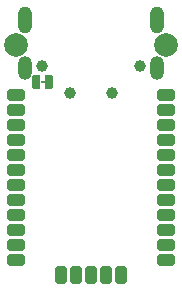
<source format=gbr>
%TF.GenerationSoftware,KiCad,Pcbnew,7.0.6*%
%TF.CreationDate,2023-08-08T22:31:42+02:00*%
%TF.ProjectId,epi_JLC,6570695f-4a4c-4432-9e6b-696361645f70,1_2_0*%
%TF.SameCoordinates,Original*%
%TF.FileFunction,Soldermask,Bot*%
%TF.FilePolarity,Negative*%
%FSLAX46Y46*%
G04 Gerber Fmt 4.6, Leading zero omitted, Abs format (unit mm)*
G04 Created by KiCad (PCBNEW 7.0.6) date 2023-08-08 22:31:42*
%MOMM*%
%LPD*%
G01*
G04 APERTURE LIST*
G04 Aperture macros list*
%AMRoundRect*
0 Rectangle with rounded corners*
0 $1 Rounding radius*
0 $2 $3 $4 $5 $6 $7 $8 $9 X,Y pos of 4 corners*
0 Add a 4 corners polygon primitive as box body*
4,1,4,$2,$3,$4,$5,$6,$7,$8,$9,$2,$3,0*
0 Add four circle primitives for the rounded corners*
1,1,$1+$1,$2,$3*
1,1,$1+$1,$4,$5*
1,1,$1+$1,$6,$7*
1,1,$1+$1,$8,$9*
0 Add four rect primitives between the rounded corners*
20,1,$1+$1,$2,$3,$4,$5,0*
20,1,$1+$1,$4,$5,$6,$7,0*
20,1,$1+$1,$6,$7,$8,$9,0*
20,1,$1+$1,$8,$9,$2,$3,0*%
%AMFreePoly0*
4,1,15,-0.375000,0.250000,-0.359410,0.357001,-0.305193,0.467904,-0.217904,0.555193,-0.107001,0.609410,0.000000,0.625000,0.375000,0.625000,0.375000,-0.625000,0.000000,-0.625000,-0.107001,-0.609410,-0.217904,-0.555193,-0.305193,-0.467904,-0.359410,-0.357001,-0.375000,-0.250000,-0.375000,0.250000,-0.375000,0.250000,$1*%
%AMFreePoly1*
4,1,15,-0.375000,0.625000,0.000000,0.625000,0.107001,0.609410,0.217904,0.555193,0.305193,0.467904,0.359410,0.357001,0.375000,0.250000,0.375000,-0.250000,0.359410,-0.357001,0.305193,-0.467904,0.217904,-0.555193,0.107001,-0.609410,0.000000,-0.625000,-0.375000,-0.625000,-0.375000,0.625000,-0.375000,0.625000,$1*%
G04 Aperture macros list end*
%ADD10C,2.000000*%
%ADD11C,1.000000*%
%ADD12RoundRect,0.250000X-0.500000X-0.250000X0.500000X-0.250000X0.500000X0.250000X-0.500000X0.250000X0*%
%ADD13RoundRect,0.250000X-0.250000X0.500000X-0.250000X-0.500000X0.250000X-0.500000X0.250000X0.500000X0*%
%ADD14O,1.200000X2.000000*%
%ADD15O,1.200000X2.300000*%
%ADD16FreePoly0,180.000000*%
%ADD17FreePoly1,180.000000*%
G04 APERTURE END LIST*
%TO.C,JP1*%
G36*
X100369422Y-57900000D02*
G01*
X100009422Y-57900000D01*
X100009422Y-57700000D01*
X100369422Y-57700000D01*
X100369422Y-57900000D01*
G37*
%TD*%
D10*
%TO.C,DRILL4*%
X110625000Y-54650000D03*
%TD*%
%TO.C,DRILL3*%
X97925000Y-54650000D03*
%TD*%
D11*
%TO.C,DRILL2*%
X108404422Y-56450001D03*
%TD*%
%TO.C,DRILL1*%
X100140476Y-56450000D03*
%TD*%
D12*
%TO.C,J1*%
X97923220Y-58920000D03*
X97923220Y-60190000D03*
X97923220Y-61460000D03*
X97923220Y-62730000D03*
X97923220Y-64000000D03*
X97923220Y-65270000D03*
X97923220Y-66540000D03*
X97923220Y-67810000D03*
X97923220Y-69080000D03*
X97923220Y-70350000D03*
X97923220Y-71620000D03*
X97923220Y-72890000D03*
%TD*%
D13*
%TO.C,J3*%
X106813220Y-74160000D03*
X105543220Y-74160000D03*
X104273220Y-74160000D03*
X103003220Y-74160000D03*
X101733220Y-74160000D03*
%TD*%
D14*
%TO.C,J4*%
X98673220Y-56591500D03*
X109873220Y-56591500D03*
D15*
X109873220Y-52591500D03*
X98673220Y-52591500D03*
%TD*%
D12*
%TO.C,J2*%
X110623220Y-58920000D03*
X110623220Y-60190000D03*
X110623220Y-61460000D03*
X110623220Y-62730000D03*
X110623220Y-64000000D03*
X110623220Y-65270000D03*
X110623220Y-66540000D03*
X110623220Y-67810000D03*
X110623220Y-69080000D03*
X110623220Y-70350000D03*
X110623220Y-71620000D03*
X110623220Y-72890000D03*
%TD*%
D11*
%TO.C,TP2*%
X106068220Y-58750000D03*
%TD*%
%TO.C,TP1*%
X102478220Y-58750000D03*
%TD*%
D16*
%TO.C,JP1*%
X100734422Y-57800000D03*
D17*
X99634422Y-57800000D03*
%TD*%
M02*

</source>
